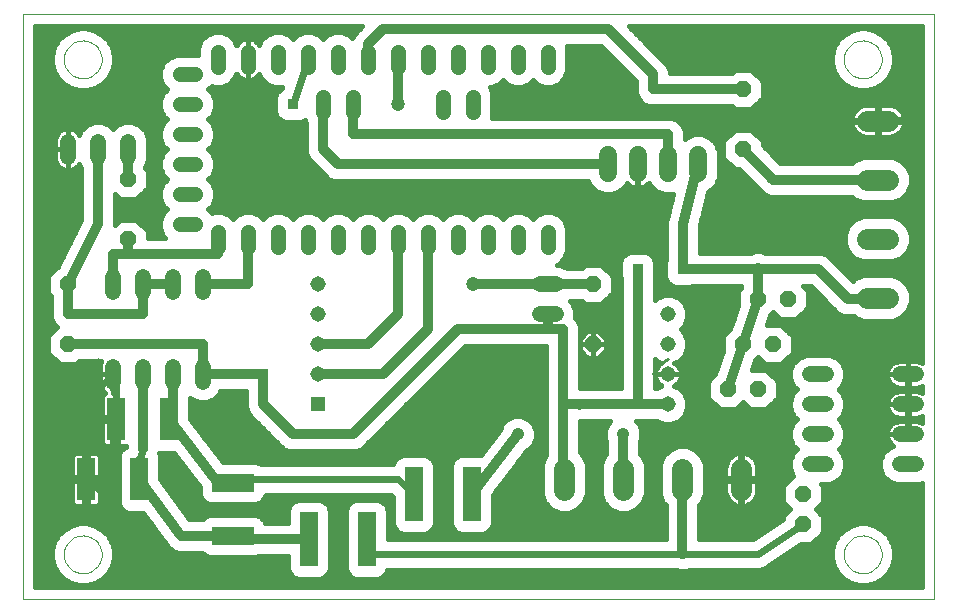
<source format=gbl>
G75*
%MOIN*%
%OFA0B0*%
%FSLAX24Y24*%
%IPPOS*%
%LPD*%
%AMOC8*
5,1,8,0,0,1.08239X$1,22.5*
%
%ADD10C,0.0000*%
%ADD11C,0.0520*%
%ADD12R,0.0515X0.0515*%
%ADD13C,0.0515*%
%ADD14C,0.0600*%
%ADD15R,0.0591X0.1417*%
%ADD16C,0.0515*%
%ADD17C,0.0705*%
%ADD18OC8,0.0520*%
%ADD19R,0.0591X0.1811*%
%ADD20R,0.1417X0.0591*%
%ADD21C,0.0160*%
%ADD22C,0.0240*%
%ADD23C,0.0100*%
%ADD24C,0.0320*%
%ADD25C,0.0472*%
%ADD26C,0.0413*%
%ADD27R,0.0356X0.0356*%
D10*
X000180Y000680D02*
X000180Y020176D01*
X030550Y020176D01*
X030550Y000680D01*
X000180Y000680D01*
X001550Y002180D02*
X001552Y002230D01*
X001558Y002280D01*
X001568Y002329D01*
X001582Y002377D01*
X001599Y002424D01*
X001620Y002469D01*
X001645Y002513D01*
X001673Y002554D01*
X001705Y002593D01*
X001739Y002630D01*
X001776Y002664D01*
X001816Y002694D01*
X001858Y002721D01*
X001902Y002745D01*
X001948Y002766D01*
X001995Y002782D01*
X002043Y002795D01*
X002093Y002804D01*
X002142Y002809D01*
X002193Y002810D01*
X002243Y002807D01*
X002292Y002800D01*
X002341Y002789D01*
X002389Y002774D01*
X002435Y002756D01*
X002480Y002734D01*
X002523Y002708D01*
X002564Y002679D01*
X002603Y002647D01*
X002639Y002612D01*
X002671Y002574D01*
X002701Y002534D01*
X002728Y002491D01*
X002751Y002447D01*
X002770Y002401D01*
X002786Y002353D01*
X002798Y002304D01*
X002806Y002255D01*
X002810Y002205D01*
X002810Y002155D01*
X002806Y002105D01*
X002798Y002056D01*
X002786Y002007D01*
X002770Y001959D01*
X002751Y001913D01*
X002728Y001869D01*
X002701Y001826D01*
X002671Y001786D01*
X002639Y001748D01*
X002603Y001713D01*
X002564Y001681D01*
X002523Y001652D01*
X002480Y001626D01*
X002435Y001604D01*
X002389Y001586D01*
X002341Y001571D01*
X002292Y001560D01*
X002243Y001553D01*
X002193Y001550D01*
X002142Y001551D01*
X002093Y001556D01*
X002043Y001565D01*
X001995Y001578D01*
X001948Y001594D01*
X001902Y001615D01*
X001858Y001639D01*
X001816Y001666D01*
X001776Y001696D01*
X001739Y001730D01*
X001705Y001767D01*
X001673Y001806D01*
X001645Y001847D01*
X001620Y001891D01*
X001599Y001936D01*
X001582Y001983D01*
X001568Y002031D01*
X001558Y002080D01*
X001552Y002130D01*
X001550Y002180D01*
X001550Y018680D02*
X001552Y018730D01*
X001558Y018780D01*
X001568Y018829D01*
X001582Y018877D01*
X001599Y018924D01*
X001620Y018969D01*
X001645Y019013D01*
X001673Y019054D01*
X001705Y019093D01*
X001739Y019130D01*
X001776Y019164D01*
X001816Y019194D01*
X001858Y019221D01*
X001902Y019245D01*
X001948Y019266D01*
X001995Y019282D01*
X002043Y019295D01*
X002093Y019304D01*
X002142Y019309D01*
X002193Y019310D01*
X002243Y019307D01*
X002292Y019300D01*
X002341Y019289D01*
X002389Y019274D01*
X002435Y019256D01*
X002480Y019234D01*
X002523Y019208D01*
X002564Y019179D01*
X002603Y019147D01*
X002639Y019112D01*
X002671Y019074D01*
X002701Y019034D01*
X002728Y018991D01*
X002751Y018947D01*
X002770Y018901D01*
X002786Y018853D01*
X002798Y018804D01*
X002806Y018755D01*
X002810Y018705D01*
X002810Y018655D01*
X002806Y018605D01*
X002798Y018556D01*
X002786Y018507D01*
X002770Y018459D01*
X002751Y018413D01*
X002728Y018369D01*
X002701Y018326D01*
X002671Y018286D01*
X002639Y018248D01*
X002603Y018213D01*
X002564Y018181D01*
X002523Y018152D01*
X002480Y018126D01*
X002435Y018104D01*
X002389Y018086D01*
X002341Y018071D01*
X002292Y018060D01*
X002243Y018053D01*
X002193Y018050D01*
X002142Y018051D01*
X002093Y018056D01*
X002043Y018065D01*
X001995Y018078D01*
X001948Y018094D01*
X001902Y018115D01*
X001858Y018139D01*
X001816Y018166D01*
X001776Y018196D01*
X001739Y018230D01*
X001705Y018267D01*
X001673Y018306D01*
X001645Y018347D01*
X001620Y018391D01*
X001599Y018436D01*
X001582Y018483D01*
X001568Y018531D01*
X001558Y018580D01*
X001552Y018630D01*
X001550Y018680D01*
X027550Y018680D02*
X027552Y018730D01*
X027558Y018780D01*
X027568Y018829D01*
X027582Y018877D01*
X027599Y018924D01*
X027620Y018969D01*
X027645Y019013D01*
X027673Y019054D01*
X027705Y019093D01*
X027739Y019130D01*
X027776Y019164D01*
X027816Y019194D01*
X027858Y019221D01*
X027902Y019245D01*
X027948Y019266D01*
X027995Y019282D01*
X028043Y019295D01*
X028093Y019304D01*
X028142Y019309D01*
X028193Y019310D01*
X028243Y019307D01*
X028292Y019300D01*
X028341Y019289D01*
X028389Y019274D01*
X028435Y019256D01*
X028480Y019234D01*
X028523Y019208D01*
X028564Y019179D01*
X028603Y019147D01*
X028639Y019112D01*
X028671Y019074D01*
X028701Y019034D01*
X028728Y018991D01*
X028751Y018947D01*
X028770Y018901D01*
X028786Y018853D01*
X028798Y018804D01*
X028806Y018755D01*
X028810Y018705D01*
X028810Y018655D01*
X028806Y018605D01*
X028798Y018556D01*
X028786Y018507D01*
X028770Y018459D01*
X028751Y018413D01*
X028728Y018369D01*
X028701Y018326D01*
X028671Y018286D01*
X028639Y018248D01*
X028603Y018213D01*
X028564Y018181D01*
X028523Y018152D01*
X028480Y018126D01*
X028435Y018104D01*
X028389Y018086D01*
X028341Y018071D01*
X028292Y018060D01*
X028243Y018053D01*
X028193Y018050D01*
X028142Y018051D01*
X028093Y018056D01*
X028043Y018065D01*
X027995Y018078D01*
X027948Y018094D01*
X027902Y018115D01*
X027858Y018139D01*
X027816Y018166D01*
X027776Y018196D01*
X027739Y018230D01*
X027705Y018267D01*
X027673Y018306D01*
X027645Y018347D01*
X027620Y018391D01*
X027599Y018436D01*
X027582Y018483D01*
X027568Y018531D01*
X027558Y018580D01*
X027552Y018630D01*
X027550Y018680D01*
X027550Y002180D02*
X027552Y002230D01*
X027558Y002280D01*
X027568Y002329D01*
X027582Y002377D01*
X027599Y002424D01*
X027620Y002469D01*
X027645Y002513D01*
X027673Y002554D01*
X027705Y002593D01*
X027739Y002630D01*
X027776Y002664D01*
X027816Y002694D01*
X027858Y002721D01*
X027902Y002745D01*
X027948Y002766D01*
X027995Y002782D01*
X028043Y002795D01*
X028093Y002804D01*
X028142Y002809D01*
X028193Y002810D01*
X028243Y002807D01*
X028292Y002800D01*
X028341Y002789D01*
X028389Y002774D01*
X028435Y002756D01*
X028480Y002734D01*
X028523Y002708D01*
X028564Y002679D01*
X028603Y002647D01*
X028639Y002612D01*
X028671Y002574D01*
X028701Y002534D01*
X028728Y002491D01*
X028751Y002447D01*
X028770Y002401D01*
X028786Y002353D01*
X028798Y002304D01*
X028806Y002255D01*
X028810Y002205D01*
X028810Y002155D01*
X028806Y002105D01*
X028798Y002056D01*
X028786Y002007D01*
X028770Y001959D01*
X028751Y001913D01*
X028728Y001869D01*
X028701Y001826D01*
X028671Y001786D01*
X028639Y001748D01*
X028603Y001713D01*
X028564Y001681D01*
X028523Y001652D01*
X028480Y001626D01*
X028435Y001604D01*
X028389Y001586D01*
X028341Y001571D01*
X028292Y001560D01*
X028243Y001553D01*
X028193Y001550D01*
X028142Y001551D01*
X028093Y001556D01*
X028043Y001565D01*
X027995Y001578D01*
X027948Y001594D01*
X027902Y001615D01*
X027858Y001639D01*
X027816Y001666D01*
X027776Y001696D01*
X027739Y001730D01*
X027705Y001767D01*
X027673Y001806D01*
X027645Y001847D01*
X027620Y001891D01*
X027599Y001936D01*
X027582Y001983D01*
X027568Y002031D01*
X027558Y002080D01*
X027552Y002130D01*
X027550Y002180D01*
D11*
X026940Y005180D02*
X026420Y005180D01*
X026420Y006180D02*
X026940Y006180D01*
X026940Y007180D02*
X026420Y007180D01*
X026420Y008180D02*
X026940Y008180D01*
X029420Y008180D02*
X029940Y008180D01*
X029940Y007180D02*
X029420Y007180D01*
X029420Y006180D02*
X029940Y006180D01*
X029940Y005180D02*
X029420Y005180D01*
X017940Y010180D02*
X017420Y010180D01*
X017420Y011180D02*
X017940Y011180D01*
X006180Y011440D02*
X006180Y010920D01*
X005180Y010920D02*
X005180Y011440D01*
X004180Y011440D02*
X004180Y010920D01*
X003180Y010920D02*
X003180Y011440D01*
X003180Y008440D02*
X003180Y007920D01*
X004180Y007920D02*
X004180Y008440D01*
X005180Y008440D02*
X005180Y007920D01*
X006180Y007920D02*
X006180Y008440D01*
X003680Y015420D02*
X003680Y015940D01*
X002680Y015940D02*
X002680Y015420D01*
X001680Y015420D02*
X001680Y015940D01*
D12*
X010030Y007180D03*
D13*
X010030Y008180D03*
X010030Y009180D03*
X010030Y010180D03*
X010030Y011180D03*
X021680Y010180D03*
X021680Y009180D03*
X021680Y008180D03*
X021680Y007180D03*
D14*
X021680Y014880D02*
X021680Y015480D01*
X020680Y015480D02*
X020680Y014880D01*
X019680Y014880D02*
X019680Y015480D01*
X022680Y015480D02*
X022680Y014880D01*
D15*
X005066Y006680D03*
X003294Y006680D03*
X004066Y004680D03*
X002294Y004680D03*
D16*
X006680Y012423D02*
X006680Y012937D01*
X005937Y013180D02*
X005423Y013180D01*
X005423Y014180D02*
X005937Y014180D01*
X005937Y015180D02*
X005423Y015180D01*
X005423Y016180D02*
X005937Y016180D01*
X005937Y017180D02*
X005423Y017180D01*
X005423Y018180D02*
X005937Y018180D01*
X006680Y018423D02*
X006680Y018937D01*
X007680Y018937D02*
X007680Y018423D01*
X008680Y018423D02*
X008680Y018937D01*
X009680Y018937D02*
X009680Y018423D01*
X010680Y018423D02*
X010680Y018937D01*
X011680Y018937D02*
X011680Y018423D01*
X012680Y018423D02*
X012680Y018937D01*
X013680Y018937D02*
X013680Y018423D01*
X014680Y018423D02*
X014680Y018937D01*
X015680Y018937D02*
X015680Y018423D01*
X016680Y018423D02*
X016680Y018937D01*
X017680Y018937D02*
X017680Y018423D01*
X015180Y017437D02*
X015180Y016923D01*
X014180Y016923D02*
X014180Y017437D01*
X011180Y017437D02*
X011180Y016923D01*
X010180Y016923D02*
X010180Y017437D01*
X009680Y012937D02*
X009680Y012423D01*
X008680Y012423D02*
X008680Y012937D01*
X007680Y012937D02*
X007680Y012423D01*
X010680Y012423D02*
X010680Y012937D01*
X011680Y012937D02*
X011680Y012423D01*
X012680Y012423D02*
X012680Y012937D01*
X013680Y012937D02*
X013680Y012423D01*
X014680Y012423D02*
X014680Y012937D01*
X015680Y012937D02*
X015680Y012423D01*
X016680Y012423D02*
X016680Y012937D01*
X017680Y012937D02*
X017680Y012423D01*
D17*
X028328Y012696D02*
X029033Y012696D01*
X029033Y014664D02*
X028328Y014664D01*
X028328Y016633D02*
X029033Y016633D01*
X029033Y010727D02*
X028328Y010727D01*
X024133Y005033D02*
X024133Y004328D01*
X022164Y004328D02*
X022164Y005033D01*
X020196Y005033D02*
X020196Y004328D01*
X018227Y004328D02*
X018227Y005033D01*
D18*
X023680Y007680D03*
X024680Y007680D03*
X024180Y009180D03*
X025180Y009180D03*
X024680Y010680D03*
X025680Y010680D03*
X019180Y011180D03*
X019180Y009180D03*
X026180Y004180D03*
X026180Y003180D03*
X024180Y015680D03*
X024180Y017680D03*
X003680Y014680D03*
X003680Y012680D03*
X001680Y011180D03*
X001680Y009180D03*
D19*
X009715Y002680D03*
X011645Y002680D03*
X013215Y004180D03*
X015145Y004180D03*
D20*
X007180Y004566D03*
X007180Y002794D03*
D21*
X006392Y002099D02*
X007968Y002099D01*
X008019Y002120D01*
X009020Y002120D01*
X009020Y001695D01*
X009081Y001548D01*
X009194Y001435D01*
X009341Y001374D01*
X010090Y001374D01*
X010237Y001435D01*
X010350Y001548D01*
X010411Y001695D01*
X010411Y003665D01*
X010350Y003812D01*
X010237Y003925D01*
X010090Y003986D01*
X009341Y003986D01*
X009194Y003925D01*
X009081Y003812D01*
X009020Y003665D01*
X009020Y003240D01*
X008259Y003240D01*
X008228Y003316D01*
X008115Y003429D01*
X007968Y003489D01*
X006392Y003489D01*
X006245Y003429D01*
X006170Y003354D01*
X005735Y003354D01*
X004761Y004680D01*
X004761Y005468D01*
X004730Y005544D01*
X004740Y005569D01*
X004740Y005571D01*
X005208Y005571D01*
X006071Y004440D01*
X006071Y004191D01*
X006132Y004044D01*
X006245Y003931D01*
X006392Y003871D01*
X007968Y003871D01*
X008115Y003931D01*
X008228Y004044D01*
X008276Y004160D01*
X012465Y004160D01*
X012520Y004104D01*
X012520Y003195D01*
X012581Y003048D01*
X012694Y002935D01*
X012841Y002874D01*
X013590Y002874D01*
X013737Y002935D01*
X013850Y003048D01*
X013911Y003195D01*
X013911Y005165D01*
X013850Y005312D01*
X013737Y005425D01*
X013590Y005486D01*
X012841Y005486D01*
X012694Y005425D01*
X012581Y005312D01*
X012535Y005200D01*
X008115Y005200D01*
X007968Y005261D01*
X006854Y005261D01*
X005761Y006692D01*
X005761Y007406D01*
X005806Y007360D01*
X006049Y007260D01*
X006311Y007260D01*
X006554Y007360D01*
X006740Y007546D01*
X006770Y007620D01*
X007620Y007620D01*
X007620Y007069D01*
X007705Y006863D01*
X007863Y006705D01*
X008863Y005705D01*
X009069Y005620D01*
X011291Y005620D01*
X011497Y005705D01*
X014912Y009120D01*
X017620Y009120D01*
X017620Y005489D01*
X017589Y005459D01*
X017475Y005182D01*
X017475Y004178D01*
X017589Y003901D01*
X017801Y003690D01*
X018078Y003575D01*
X018377Y003575D01*
X018654Y003690D01*
X018865Y003901D01*
X018980Y004178D01*
X018980Y005182D01*
X018865Y005459D01*
X018740Y005584D01*
X018740Y006613D01*
X018831Y006613D01*
X018848Y006620D01*
X019762Y006620D01*
X019681Y006539D01*
X019589Y006316D01*
X019589Y006075D01*
X019636Y005962D01*
X019636Y005537D01*
X019558Y005459D01*
X019443Y005182D01*
X019443Y004178D01*
X019558Y003901D01*
X019769Y003690D01*
X020046Y003575D01*
X020345Y003575D01*
X020622Y003690D01*
X020834Y003901D01*
X020948Y004178D01*
X020948Y005182D01*
X020834Y005459D01*
X020756Y005537D01*
X020756Y005962D01*
X020802Y006075D01*
X020802Y006316D01*
X020710Y006539D01*
X020629Y006620D01*
X021314Y006620D01*
X021549Y006523D01*
X021811Y006523D01*
X022052Y006623D01*
X022237Y006808D01*
X022337Y007049D01*
X022337Y007311D01*
X022237Y007552D01*
X022052Y007737D01*
X021899Y007801D01*
X021909Y007806D01*
X021965Y007846D01*
X022014Y007895D01*
X022054Y007951D01*
X022085Y008012D01*
X022107Y008078D01*
X022117Y008146D01*
X022117Y008180D01*
X022117Y008214D01*
X022107Y008282D01*
X022085Y008348D01*
X022054Y008409D01*
X022014Y008465D01*
X021965Y008514D01*
X021909Y008554D01*
X021899Y008559D01*
X022052Y008623D01*
X022237Y008808D01*
X022337Y009049D01*
X022337Y009311D01*
X022237Y009552D01*
X022110Y009680D01*
X022237Y009808D01*
X022337Y010049D01*
X022337Y010311D01*
X022237Y010552D01*
X022052Y010737D01*
X021811Y010837D01*
X021549Y010837D01*
X021308Y010737D01*
X021240Y010670D01*
X021240Y011379D01*
X021258Y011422D01*
X021258Y011938D01*
X021197Y012085D01*
X021085Y012197D01*
X020938Y012258D01*
X020422Y012258D01*
X020275Y012197D01*
X020163Y012085D01*
X020102Y011938D01*
X020102Y011422D01*
X020120Y011379D01*
X020120Y007740D01*
X018740Y007740D01*
X018740Y009791D01*
X018655Y009997D01*
X018600Y010052D01*
X018600Y010311D01*
X018500Y010554D01*
X018433Y010620D01*
X018807Y010620D01*
X018907Y010520D01*
X019453Y010520D01*
X019840Y010907D01*
X019840Y011453D01*
X019453Y011840D01*
X018907Y011840D01*
X018807Y011740D01*
X018313Y011740D01*
X018071Y011840D01*
X017992Y011840D01*
X018052Y011865D01*
X018237Y012050D01*
X018337Y012292D01*
X018337Y013068D01*
X018237Y013310D01*
X018052Y013495D01*
X017811Y013595D01*
X017549Y013595D01*
X017308Y013495D01*
X017180Y013367D01*
X017052Y013495D01*
X016811Y013595D01*
X016549Y013595D01*
X016308Y013495D01*
X016180Y013367D01*
X016052Y013495D01*
X015811Y013595D01*
X015549Y013595D01*
X015308Y013495D01*
X015180Y013367D01*
X015052Y013495D01*
X014811Y013595D01*
X014549Y013595D01*
X014308Y013495D01*
X014180Y013367D01*
X014052Y013495D01*
X013811Y013595D01*
X013549Y013595D01*
X013308Y013495D01*
X013180Y013367D01*
X013052Y013495D01*
X012811Y013595D01*
X012549Y013595D01*
X012308Y013495D01*
X012180Y013367D01*
X012052Y013495D01*
X011811Y013595D01*
X011549Y013595D01*
X011308Y013495D01*
X011180Y013367D01*
X011052Y013495D01*
X010811Y013595D01*
X010549Y013595D01*
X010308Y013495D01*
X010180Y013367D01*
X010052Y013495D01*
X009811Y013595D01*
X009549Y013595D01*
X009308Y013495D01*
X009180Y013367D01*
X009052Y013495D01*
X008811Y013595D01*
X008549Y013595D01*
X008308Y013495D01*
X008180Y013367D01*
X008052Y013495D01*
X007811Y013595D01*
X007549Y013595D01*
X007308Y013495D01*
X007180Y013367D01*
X007052Y013495D01*
X006811Y013595D01*
X006549Y013595D01*
X006481Y013567D01*
X006367Y013680D01*
X006495Y013808D01*
X006595Y014049D01*
X006595Y014311D01*
X019259Y014311D01*
X019283Y014287D02*
X019541Y014180D01*
X019819Y014180D01*
X020077Y014287D01*
X020273Y014483D01*
X020310Y014572D01*
X020314Y014567D01*
X020367Y014514D01*
X020428Y014469D01*
X020428Y014470D02*
X020259Y014470D01*
X020428Y014469D02*
X020496Y014435D01*
X020568Y014412D01*
X020642Y014400D01*
X020660Y014400D01*
X020660Y015160D01*
X020700Y015160D01*
X020700Y014400D01*
X020718Y014400D01*
X020792Y014412D01*
X020864Y014435D01*
X020932Y014469D01*
X020932Y014470D02*
X021101Y014470D01*
X021087Y014483D02*
X021283Y014287D01*
X021541Y014180D01*
X021819Y014180D01*
X021857Y014195D01*
X021647Y013356D01*
X021620Y013291D01*
X021620Y013249D01*
X021610Y013208D01*
X021620Y013139D01*
X021620Y011981D01*
X021602Y011938D01*
X021602Y011422D01*
X021663Y011275D01*
X021775Y011163D01*
X021922Y011102D01*
X022438Y011102D01*
X022481Y011120D01*
X024120Y011120D01*
X024120Y011053D01*
X024020Y010953D01*
X024020Y010471D01*
X023761Y009695D01*
X023520Y009453D01*
X023520Y008971D01*
X023261Y008195D01*
X023020Y007953D01*
X023020Y007407D01*
X023407Y007020D01*
X023953Y007020D01*
X024180Y007247D01*
X024407Y007020D01*
X024953Y007020D01*
X025340Y007407D01*
X025340Y007953D01*
X024953Y008340D01*
X024490Y008340D01*
X024599Y008665D01*
X024680Y008747D01*
X024907Y008520D01*
X025453Y008520D01*
X025840Y008907D01*
X025840Y009453D01*
X025453Y009840D01*
X024990Y009840D01*
X025099Y010165D01*
X025180Y010247D01*
X025407Y010020D01*
X025953Y010020D01*
X026340Y010407D01*
X026340Y010953D01*
X026173Y011120D01*
X026448Y011120D01*
X027363Y010205D01*
X027569Y010120D01*
X027871Y010120D01*
X027901Y010089D01*
X028178Y009975D01*
X029182Y009975D01*
X029459Y010089D01*
X029670Y010301D01*
X029785Y010578D01*
X029785Y010877D01*
X029670Y011154D01*
X029459Y011365D01*
X029182Y011480D01*
X028178Y011480D01*
X027901Y011365D01*
X027844Y011308D01*
X026997Y012155D01*
X026791Y012240D01*
X024913Y012240D01*
X024801Y012287D01*
X024559Y012287D01*
X024447Y012240D01*
X022740Y012240D01*
X022740Y013111D01*
X023029Y014267D01*
X023077Y014287D01*
X023273Y014483D01*
X023380Y014741D01*
X023380Y015619D01*
X023273Y015877D01*
X023077Y016073D01*
X022819Y016180D01*
X022541Y016180D01*
X022283Y016073D01*
X022240Y016030D01*
X022240Y016291D01*
X022155Y016497D01*
X021997Y016655D01*
X021791Y016740D01*
X015816Y016740D01*
X015837Y016792D01*
X015837Y017568D01*
X015756Y017765D01*
X015811Y017765D01*
X016052Y017865D01*
X016180Y017993D01*
X016308Y017865D01*
X016549Y017765D01*
X016811Y017765D01*
X017052Y017865D01*
X017180Y017993D01*
X017308Y017865D01*
X017549Y017765D01*
X017811Y017765D01*
X018052Y017865D01*
X018237Y018050D01*
X018337Y018292D01*
X018337Y019068D01*
X018316Y019120D01*
X019448Y019120D01*
X020620Y017948D01*
X020620Y017569D01*
X020705Y017363D01*
X020863Y017205D01*
X021069Y017120D01*
X023807Y017120D01*
X023907Y017020D01*
X024453Y017020D01*
X024840Y017407D01*
X024840Y017953D01*
X024453Y018340D01*
X023907Y018340D01*
X023807Y018240D01*
X021740Y018240D01*
X021740Y018291D01*
X021655Y018497D01*
X020376Y019776D01*
X030150Y019776D01*
X030150Y008567D01*
X030109Y008588D01*
X030043Y008609D01*
X029975Y008620D01*
X029680Y008620D01*
X029680Y008180D01*
X029680Y008180D01*
X029680Y007740D01*
X029975Y007740D01*
X030043Y007751D01*
X030109Y007772D01*
X030150Y007793D01*
X030150Y007567D01*
X030109Y007588D01*
X030043Y007609D01*
X029975Y007620D01*
X029680Y007620D01*
X029680Y007180D01*
X029680Y007180D01*
X029680Y006740D01*
X029975Y006740D01*
X030043Y006751D01*
X030109Y006772D01*
X030150Y006793D01*
X030150Y006567D01*
X030109Y006588D01*
X030043Y006609D01*
X029975Y006620D01*
X029680Y006620D01*
X029680Y006180D01*
X029680Y006180D01*
X029680Y006180D01*
X028980Y006180D01*
X028980Y006215D01*
X028991Y006283D01*
X029012Y006349D01*
X029044Y006411D01*
X029084Y006467D01*
X029133Y006516D01*
X029189Y006556D01*
X029251Y006588D01*
X029317Y006609D01*
X029385Y006620D01*
X029680Y006620D01*
X029680Y006180D01*
X028980Y006180D01*
X028980Y006145D01*
X028991Y006077D01*
X029012Y006011D01*
X029044Y005949D01*
X029084Y005893D01*
X029133Y005844D01*
X029189Y005804D01*
X029195Y005801D01*
X029046Y005740D01*
X028860Y005554D01*
X028760Y005311D01*
X028760Y005049D01*
X028860Y004806D01*
X029046Y004620D01*
X029289Y004520D01*
X030071Y004520D01*
X030150Y004553D01*
X030150Y001080D01*
X000580Y001080D01*
X000580Y019776D01*
X011484Y019776D01*
X011363Y019655D01*
X011205Y019497D01*
X011160Y019387D01*
X011052Y019495D01*
X010811Y019595D01*
X010549Y019595D01*
X010308Y019495D01*
X010180Y019367D01*
X010052Y019495D01*
X009811Y019595D01*
X009549Y019595D01*
X009308Y019495D01*
X009180Y019367D01*
X009052Y019495D01*
X008811Y019595D01*
X008549Y019595D01*
X008308Y019495D01*
X008123Y019310D01*
X008059Y019157D01*
X008054Y019167D01*
X008014Y019222D01*
X007965Y019271D01*
X007909Y019312D01*
X007848Y019343D01*
X007782Y019364D01*
X007714Y019375D01*
X007680Y019375D01*
X007646Y019375D01*
X007578Y019364D01*
X007512Y019343D01*
X007451Y019312D01*
X007395Y019271D01*
X007346Y019222D01*
X007306Y019167D01*
X007301Y019157D01*
X007237Y019310D01*
X007052Y019495D01*
X006811Y019595D01*
X006549Y019595D01*
X006308Y019495D01*
X006123Y019310D01*
X006023Y019068D01*
X006023Y018837D01*
X005292Y018837D01*
X005050Y018737D01*
X004865Y018552D01*
X004765Y018311D01*
X004765Y018049D01*
X004865Y017808D01*
X004993Y017680D01*
X004865Y017552D01*
X004765Y017311D01*
X004765Y017049D01*
X004865Y016808D01*
X004993Y016680D01*
X004865Y016552D01*
X004765Y016311D01*
X004765Y016049D01*
X004865Y015808D01*
X004993Y015680D01*
X004865Y015552D01*
X004765Y015311D01*
X004765Y015049D01*
X004865Y014808D01*
X004993Y014680D01*
X004865Y014552D01*
X004765Y014311D01*
X004244Y014311D01*
X004340Y014407D02*
X004340Y014953D01*
X004242Y015052D01*
X004340Y015289D01*
X004340Y016071D01*
X004240Y016314D01*
X004054Y016500D01*
X003811Y016600D01*
X003549Y016600D01*
X003306Y016500D01*
X003180Y016373D01*
X003054Y016500D01*
X002811Y016600D01*
X002549Y016600D01*
X002306Y016500D01*
X002120Y016314D01*
X002059Y016165D01*
X002056Y016171D01*
X002016Y016227D01*
X001967Y016276D01*
X001911Y016316D01*
X001849Y016348D01*
X001783Y016369D01*
X001715Y016380D01*
X001680Y016380D01*
X001680Y015680D01*
X001680Y015680D01*
X001680Y014980D01*
X001715Y014980D01*
X001783Y014991D01*
X001849Y015012D01*
X001911Y015044D01*
X001967Y015084D01*
X002016Y015133D01*
X002056Y015189D01*
X002059Y015195D01*
X002120Y015047D01*
X002120Y013312D01*
X001361Y011795D01*
X001020Y011453D01*
X001020Y010907D01*
X001120Y010807D01*
X001120Y010069D01*
X001205Y009863D01*
X001317Y009751D01*
X001020Y009453D01*
X001020Y008907D01*
X001407Y008520D01*
X001953Y008520D01*
X002053Y008620D01*
X002778Y008620D01*
X002772Y008609D01*
X002751Y008543D01*
X002740Y008475D01*
X002740Y008180D01*
X003180Y008180D01*
X003180Y007569D01*
X003180Y008180D01*
X003180Y008180D01*
X003180Y008180D01*
X002740Y008180D01*
X002740Y007885D01*
X002751Y007817D01*
X002772Y007751D01*
X002804Y007689D01*
X002844Y007633D01*
X002893Y007584D01*
X002931Y007557D01*
X002929Y007556D01*
X002888Y007533D01*
X002855Y007499D01*
X002831Y007458D01*
X002819Y007412D01*
X002819Y006748D01*
X003227Y006748D01*
X003227Y006612D01*
X003362Y006612D01*
X003362Y005791D01*
X003613Y005791D01*
X003620Y005793D01*
X003620Y005759D01*
X003544Y005728D01*
X003431Y005615D01*
X003371Y005468D01*
X003371Y003892D01*
X003431Y003745D01*
X003544Y003632D01*
X003691Y003571D01*
X004186Y003571D01*
X004960Y002517D01*
X004977Y002477D01*
X005026Y002428D01*
X005066Y002373D01*
X005104Y002350D01*
X005134Y002319D01*
X005198Y002293D01*
X005257Y002257D01*
X005300Y002251D01*
X005340Y002234D01*
X005409Y002234D01*
X005477Y002224D01*
X005519Y002234D01*
X006170Y002234D01*
X006245Y002160D01*
X006392Y002099D01*
X006373Y002107D02*
X003210Y002107D01*
X003210Y002044D02*
X003140Y001782D01*
X003004Y001548D01*
X002812Y001356D01*
X002578Y001220D01*
X002316Y001150D01*
X002044Y001150D01*
X001782Y001220D01*
X001548Y001356D01*
X001356Y001548D01*
X001220Y001782D01*
X001150Y002044D01*
X001150Y002316D01*
X001220Y002578D01*
X001356Y002812D01*
X001548Y003004D01*
X001782Y003140D01*
X002044Y003210D01*
X002316Y003210D01*
X002578Y003140D01*
X002812Y003004D01*
X003004Y002812D01*
X003140Y002578D01*
X003210Y002316D01*
X003210Y002044D01*
X003184Y001948D02*
X009020Y001948D01*
X009020Y001790D02*
X003142Y001790D01*
X003052Y001631D02*
X009047Y001631D01*
X009156Y001473D02*
X002929Y001473D01*
X002740Y001314D02*
X027620Y001314D01*
X027548Y001356D02*
X027782Y001220D01*
X028044Y001150D01*
X028316Y001150D01*
X028578Y001220D01*
X028812Y001356D01*
X029004Y001548D01*
X029140Y001782D01*
X029210Y002044D01*
X029210Y002316D01*
X029140Y002578D01*
X029004Y002812D01*
X028812Y003004D01*
X028578Y003140D01*
X028316Y003210D01*
X028044Y003210D01*
X027782Y003140D01*
X027548Y003004D01*
X027356Y002812D01*
X027220Y002578D01*
X027150Y002316D01*
X027150Y002044D01*
X027220Y001782D01*
X027356Y001548D01*
X027548Y001356D01*
X027431Y001473D02*
X012204Y001473D01*
X012166Y001435D02*
X012279Y001548D01*
X012325Y001660D01*
X021972Y001660D01*
X022069Y001620D01*
X022291Y001620D01*
X022388Y001660D01*
X024629Y001660D01*
X024679Y001650D01*
X024731Y001660D01*
X024783Y001660D01*
X024831Y001680D01*
X024882Y001690D01*
X024926Y001719D01*
X024975Y001739D01*
X025011Y001776D01*
X026127Y002520D01*
X026453Y002520D01*
X026840Y002907D01*
X026840Y003453D01*
X026613Y003680D01*
X026840Y003907D01*
X026840Y004453D01*
X026773Y004520D01*
X027071Y004520D01*
X027314Y004620D01*
X027500Y004806D01*
X027600Y005049D01*
X027600Y005311D01*
X027500Y005554D01*
X027373Y005680D01*
X027500Y005806D01*
X027600Y006049D01*
X027600Y006311D01*
X027500Y006554D01*
X027373Y006680D01*
X027500Y006806D01*
X027600Y007049D01*
X027600Y007311D01*
X027500Y007554D01*
X027373Y007680D01*
X027500Y007806D01*
X027600Y008049D01*
X027600Y008311D01*
X027500Y008554D01*
X027314Y008740D01*
X027071Y008840D01*
X026289Y008840D01*
X026046Y008740D01*
X025860Y008554D01*
X025760Y008311D01*
X025760Y008049D01*
X025860Y007806D01*
X025987Y007680D01*
X025860Y007554D01*
X025760Y007311D01*
X025760Y007049D01*
X025860Y006806D01*
X025987Y006680D01*
X025860Y006554D01*
X025760Y006311D01*
X025760Y006049D01*
X025860Y005806D01*
X025987Y005680D01*
X025860Y005554D01*
X025760Y005311D01*
X025760Y005049D01*
X025860Y004806D01*
X025867Y004800D01*
X025520Y004453D01*
X025520Y003907D01*
X025747Y003680D01*
X025520Y003453D01*
X025520Y003365D01*
X024523Y002700D01*
X022724Y002700D01*
X022724Y003823D01*
X022802Y003901D01*
X022917Y004178D01*
X022917Y005182D01*
X022802Y005459D01*
X022591Y005670D01*
X022314Y005785D01*
X022015Y005785D01*
X021738Y005670D01*
X021526Y005459D01*
X021412Y005182D01*
X021412Y004178D01*
X021526Y003901D01*
X021604Y003823D01*
X021604Y002700D01*
X012340Y002700D01*
X012340Y003665D01*
X012279Y003812D01*
X012166Y003925D01*
X012019Y003986D01*
X011270Y003986D01*
X011123Y003925D01*
X011010Y003812D01*
X010949Y003665D01*
X010949Y001695D01*
X011010Y001548D01*
X011123Y001435D01*
X011270Y001374D01*
X012019Y001374D01*
X012166Y001435D01*
X012313Y001631D02*
X022042Y001631D01*
X022318Y001631D02*
X027308Y001631D01*
X027218Y001790D02*
X025032Y001790D01*
X025269Y001948D02*
X027176Y001948D01*
X027150Y002107D02*
X025507Y002107D01*
X025745Y002265D02*
X027150Y002265D01*
X027179Y002424D02*
X025983Y002424D01*
X026515Y002582D02*
X027223Y002582D01*
X027314Y002741D02*
X026674Y002741D01*
X026832Y002899D02*
X027442Y002899D01*
X027640Y003058D02*
X026840Y003058D01*
X026840Y003216D02*
X030150Y003216D01*
X030150Y003058D02*
X028720Y003058D01*
X028918Y002899D02*
X030150Y002899D01*
X030150Y002741D02*
X029046Y002741D01*
X029137Y002582D02*
X030150Y002582D01*
X030150Y002424D02*
X029181Y002424D01*
X029210Y002265D02*
X030150Y002265D01*
X030150Y002107D02*
X029210Y002107D01*
X029184Y001948D02*
X030150Y001948D01*
X030150Y001790D02*
X029142Y001790D01*
X029052Y001631D02*
X030150Y001631D01*
X030150Y001473D02*
X028929Y001473D01*
X028740Y001314D02*
X030150Y001314D01*
X030150Y001156D02*
X028336Y001156D01*
X028024Y001156D02*
X002336Y001156D01*
X002024Y001156D02*
X000580Y001156D01*
X000580Y001314D02*
X001620Y001314D01*
X001431Y001473D02*
X000580Y001473D01*
X000580Y001631D02*
X001308Y001631D01*
X001218Y001790D02*
X000580Y001790D01*
X000580Y001948D02*
X001176Y001948D01*
X001150Y002107D02*
X000580Y002107D01*
X000580Y002265D02*
X001150Y002265D01*
X001179Y002424D02*
X000580Y002424D01*
X000580Y002582D02*
X001223Y002582D01*
X001314Y002741D02*
X000580Y002741D01*
X000580Y002899D02*
X001442Y002899D01*
X001640Y003058D02*
X000580Y003058D01*
X000580Y003216D02*
X004447Y003216D01*
X004563Y003058D02*
X002720Y003058D01*
X002918Y002899D02*
X004680Y002899D01*
X004796Y002741D02*
X003046Y002741D01*
X003137Y002582D02*
X004913Y002582D01*
X005029Y002424D02*
X003181Y002424D01*
X003210Y002265D02*
X005244Y002265D01*
X005720Y003375D02*
X006191Y003375D01*
X005604Y003533D02*
X009020Y003533D01*
X009020Y003375D02*
X008169Y003375D01*
X008192Y004009D02*
X012520Y004009D01*
X012520Y003850D02*
X012241Y003850D01*
X012329Y003692D02*
X012520Y003692D01*
X012520Y003533D02*
X012340Y003533D01*
X012340Y003375D02*
X012520Y003375D01*
X012520Y003216D02*
X012340Y003216D01*
X012340Y003058D02*
X012577Y003058D01*
X012781Y002899D02*
X012340Y002899D01*
X012340Y002741D02*
X021604Y002741D01*
X021604Y002899D02*
X015579Y002899D01*
X015519Y002874D02*
X015666Y002935D01*
X015779Y003048D01*
X015840Y003195D01*
X015840Y004166D01*
X016976Y005646D01*
X017024Y005666D01*
X017194Y005836D01*
X017287Y006059D01*
X017287Y006301D01*
X017194Y006524D01*
X017024Y006694D01*
X016801Y006787D01*
X016559Y006787D01*
X016336Y006694D01*
X016166Y006524D01*
X016081Y006320D01*
X015441Y005486D01*
X014770Y005486D01*
X014623Y005425D01*
X014510Y005312D01*
X014449Y005165D01*
X014449Y003195D01*
X014510Y003048D01*
X014623Y002935D01*
X014770Y002874D01*
X015519Y002874D01*
X015783Y003058D02*
X021604Y003058D01*
X021604Y003216D02*
X015840Y003216D01*
X015840Y003375D02*
X021604Y003375D01*
X021604Y003533D02*
X015840Y003533D01*
X015840Y003692D02*
X017799Y003692D01*
X017641Y003850D02*
X015840Y003850D01*
X015840Y004009D02*
X017545Y004009D01*
X017479Y004167D02*
X015841Y004167D01*
X015962Y004326D02*
X017475Y004326D01*
X017475Y004484D02*
X016084Y004484D01*
X016206Y004643D02*
X017475Y004643D01*
X017475Y004801D02*
X016327Y004801D01*
X016449Y004960D02*
X017475Y004960D01*
X017475Y005118D02*
X016571Y005118D01*
X016692Y005277D02*
X017514Y005277D01*
X017579Y005435D02*
X016814Y005435D01*
X016936Y005594D02*
X017620Y005594D01*
X017620Y005752D02*
X017110Y005752D01*
X017225Y005911D02*
X017620Y005911D01*
X017620Y006069D02*
X017287Y006069D01*
X017287Y006228D02*
X017620Y006228D01*
X017620Y006386D02*
X017251Y006386D01*
X017173Y006545D02*
X017620Y006545D01*
X017620Y006703D02*
X017003Y006703D01*
X017620Y006862D02*
X012653Y006862D01*
X012812Y007020D02*
X017620Y007020D01*
X017620Y007179D02*
X012970Y007179D01*
X013129Y007337D02*
X017620Y007337D01*
X017620Y007496D02*
X013287Y007496D01*
X013446Y007654D02*
X017620Y007654D01*
X017620Y007813D02*
X013604Y007813D01*
X013763Y007971D02*
X017620Y007971D01*
X017620Y008130D02*
X013921Y008130D01*
X014080Y008288D02*
X017620Y008288D01*
X017620Y008447D02*
X014238Y008447D01*
X014397Y008605D02*
X017620Y008605D01*
X017620Y008764D02*
X014555Y008764D01*
X014714Y008922D02*
X017620Y008922D01*
X017620Y009081D02*
X014872Y009081D01*
X016357Y006703D02*
X012495Y006703D01*
X012336Y006545D02*
X016187Y006545D01*
X016109Y006386D02*
X012178Y006386D01*
X012019Y006228D02*
X016010Y006228D01*
X015889Y006069D02*
X011861Y006069D01*
X011702Y005911D02*
X015767Y005911D01*
X015645Y005752D02*
X011544Y005752D01*
X012566Y005277D02*
X006842Y005277D01*
X006721Y005435D02*
X012719Y005435D01*
X013712Y005435D02*
X014648Y005435D01*
X014495Y005277D02*
X013865Y005277D01*
X013911Y005118D02*
X014449Y005118D01*
X014449Y004960D02*
X013911Y004960D01*
X013911Y004801D02*
X014449Y004801D01*
X014449Y004643D02*
X013911Y004643D01*
X013911Y004484D02*
X014449Y004484D01*
X014449Y004326D02*
X013911Y004326D01*
X013911Y004167D02*
X014449Y004167D01*
X014449Y004009D02*
X013911Y004009D01*
X013911Y003850D02*
X014449Y003850D01*
X014449Y003692D02*
X013911Y003692D01*
X013911Y003533D02*
X014449Y003533D01*
X014449Y003375D02*
X013911Y003375D01*
X013911Y003216D02*
X014449Y003216D01*
X014506Y003058D02*
X013854Y003058D01*
X013649Y002899D02*
X014711Y002899D01*
X010949Y002899D02*
X010411Y002899D01*
X010411Y002741D02*
X010949Y002741D01*
X010949Y002582D02*
X010411Y002582D01*
X010411Y002424D02*
X010949Y002424D01*
X010949Y002265D02*
X010411Y002265D01*
X010411Y002107D02*
X010949Y002107D01*
X010949Y001948D02*
X010411Y001948D01*
X010411Y001790D02*
X010949Y001790D01*
X010976Y001631D02*
X010384Y001631D01*
X010274Y001473D02*
X011086Y001473D01*
X009020Y002107D02*
X007987Y002107D01*
X009031Y003692D02*
X005487Y003692D01*
X005371Y003850D02*
X009119Y003850D01*
X010312Y003850D02*
X011048Y003850D01*
X010960Y003692D02*
X010400Y003692D01*
X010411Y003533D02*
X010949Y003533D01*
X010949Y003375D02*
X010411Y003375D01*
X010411Y003216D02*
X010949Y003216D01*
X010949Y003058D02*
X010411Y003058D01*
X008115Y005200D02*
X008115Y005200D01*
X008816Y005752D02*
X006479Y005752D01*
X006600Y005594D02*
X015524Y005594D01*
X018740Y005594D02*
X019636Y005594D01*
X019636Y005752D02*
X018740Y005752D01*
X018740Y005911D02*
X019636Y005911D01*
X019592Y006069D02*
X018740Y006069D01*
X018740Y006228D02*
X019589Y006228D01*
X019618Y006386D02*
X018740Y006386D01*
X018740Y006545D02*
X019687Y006545D01*
X020705Y006545D02*
X021496Y006545D01*
X021864Y006545D02*
X025857Y006545D01*
X025791Y006386D02*
X020774Y006386D01*
X020802Y006228D02*
X025760Y006228D01*
X025760Y006069D02*
X020800Y006069D01*
X020756Y005911D02*
X025817Y005911D01*
X025915Y005752D02*
X022394Y005752D01*
X022667Y005594D02*
X025900Y005594D01*
X025811Y005435D02*
X024483Y005435D01*
X024480Y005439D02*
X024412Y005488D01*
X024337Y005526D01*
X024257Y005552D01*
X024175Y005565D01*
X024170Y005565D01*
X024170Y004718D01*
X024095Y004718D01*
X024095Y005565D01*
X024091Y005565D01*
X024008Y005552D01*
X023928Y005526D01*
X023854Y005488D01*
X023786Y005439D01*
X023727Y005379D01*
X023677Y005312D01*
X023639Y005237D01*
X023613Y005157D01*
X023600Y005074D01*
X023600Y004718D01*
X024095Y004718D01*
X024095Y004642D01*
X024170Y004642D01*
X024170Y003795D01*
X024175Y003795D01*
X024257Y003808D01*
X024337Y003834D01*
X024412Y003872D01*
X024480Y003921D01*
X024539Y003981D01*
X024588Y004048D01*
X024626Y004123D01*
X024652Y004203D01*
X024665Y004286D01*
X024665Y004642D01*
X024170Y004642D01*
X024170Y004718D01*
X024665Y004718D01*
X024665Y005074D01*
X024652Y005157D01*
X024626Y005237D01*
X024588Y005312D01*
X024539Y005379D01*
X024480Y005439D01*
X024606Y005277D02*
X025760Y005277D01*
X025760Y005118D02*
X024658Y005118D01*
X024665Y004960D02*
X025797Y004960D01*
X025866Y004801D02*
X024665Y004801D01*
X024665Y004484D02*
X025551Y004484D01*
X025520Y004326D02*
X024665Y004326D01*
X024641Y004167D02*
X025520Y004167D01*
X025520Y004009D02*
X024559Y004009D01*
X024369Y003850D02*
X025577Y003850D01*
X025735Y003692D02*
X022724Y003692D01*
X022724Y003533D02*
X025600Y003533D01*
X025520Y003375D02*
X022724Y003375D01*
X022724Y003216D02*
X025297Y003216D01*
X025059Y003058D02*
X022724Y003058D01*
X022724Y002899D02*
X024821Y002899D01*
X024583Y002741D02*
X022724Y002741D01*
X022751Y003850D02*
X023897Y003850D01*
X023928Y003834D02*
X024008Y003808D01*
X024091Y003795D01*
X024095Y003795D01*
X024095Y004642D01*
X023600Y004642D01*
X023600Y004286D01*
X023613Y004203D01*
X023639Y004123D01*
X023677Y004048D01*
X023727Y003981D01*
X023786Y003921D01*
X023854Y003872D01*
X023928Y003834D01*
X024095Y003850D02*
X024170Y003850D01*
X024170Y004009D02*
X024095Y004009D01*
X024095Y004167D02*
X024170Y004167D01*
X024170Y004326D02*
X024095Y004326D01*
X024095Y004484D02*
X024170Y004484D01*
X024170Y004643D02*
X025709Y004643D01*
X026809Y004484D02*
X030150Y004484D01*
X030150Y004326D02*
X026840Y004326D01*
X026840Y004167D02*
X030150Y004167D01*
X030150Y004009D02*
X026840Y004009D01*
X026783Y003850D02*
X030150Y003850D01*
X030150Y003692D02*
X026625Y003692D01*
X026760Y003533D02*
X030150Y003533D01*
X030150Y003375D02*
X026840Y003375D01*
X027336Y004643D02*
X029024Y004643D01*
X028866Y004801D02*
X027494Y004801D01*
X027563Y004960D02*
X028797Y004960D01*
X028760Y005118D02*
X027600Y005118D01*
X027600Y005277D02*
X028760Y005277D01*
X028811Y005435D02*
X027549Y005435D01*
X027460Y005594D02*
X028900Y005594D01*
X029076Y005752D02*
X027445Y005752D01*
X027543Y005911D02*
X029072Y005911D01*
X028993Y006069D02*
X027600Y006069D01*
X027600Y006228D02*
X028982Y006228D01*
X029031Y006386D02*
X027569Y006386D01*
X027503Y006545D02*
X029173Y006545D01*
X029251Y006772D02*
X029317Y006751D01*
X029385Y006740D01*
X029680Y006740D01*
X029680Y007180D01*
X029680Y007180D01*
X029680Y007180D01*
X028980Y007180D01*
X028980Y007215D01*
X028991Y007283D01*
X029012Y007349D01*
X029044Y007411D01*
X029084Y007467D01*
X029133Y007516D01*
X029189Y007556D01*
X029251Y007588D01*
X029317Y007609D01*
X029385Y007620D01*
X029680Y007620D01*
X029680Y007180D01*
X028980Y007180D01*
X028980Y007145D01*
X028991Y007077D01*
X029012Y007011D01*
X029044Y006949D01*
X029084Y006893D01*
X029133Y006844D01*
X029189Y006804D01*
X029251Y006772D01*
X029116Y006862D02*
X027522Y006862D01*
X027588Y007020D02*
X029009Y007020D01*
X028980Y007179D02*
X027600Y007179D01*
X027589Y007337D02*
X029008Y007337D01*
X029113Y007496D02*
X027524Y007496D01*
X027399Y007654D02*
X030150Y007654D01*
X029680Y007740D02*
X029680Y008180D01*
X029680Y008180D01*
X029680Y008180D01*
X028980Y008180D01*
X028980Y008215D01*
X028991Y008283D01*
X029012Y008349D01*
X029044Y008411D01*
X029084Y008467D01*
X029133Y008516D01*
X029189Y008556D01*
X029251Y008588D01*
X029317Y008609D01*
X029385Y008620D01*
X029680Y008620D01*
X029680Y008180D01*
X028980Y008180D01*
X028980Y008145D01*
X028991Y008077D01*
X029012Y008011D01*
X029044Y007949D01*
X029084Y007893D01*
X029133Y007844D01*
X029189Y007804D01*
X029251Y007772D01*
X029317Y007751D01*
X029385Y007740D01*
X029680Y007740D01*
X029680Y007813D02*
X029680Y007813D01*
X029680Y007971D02*
X029680Y007971D01*
X029680Y008130D02*
X029680Y008130D01*
X029680Y008288D02*
X029680Y008288D01*
X029680Y008447D02*
X029680Y008447D01*
X029680Y008605D02*
X029680Y008605D01*
X030056Y008605D02*
X030150Y008605D01*
X030150Y008764D02*
X027256Y008764D01*
X027448Y008605D02*
X029304Y008605D01*
X029070Y008447D02*
X027544Y008447D01*
X027600Y008288D02*
X028992Y008288D01*
X028983Y008130D02*
X027600Y008130D01*
X027568Y007971D02*
X029033Y007971D01*
X029177Y007813D02*
X027502Y007813D01*
X025961Y007654D02*
X025340Y007654D01*
X025340Y007496D02*
X025836Y007496D01*
X025771Y007337D02*
X025270Y007337D01*
X025112Y007179D02*
X025760Y007179D01*
X025772Y007020D02*
X024953Y007020D01*
X024407Y007020D02*
X023953Y007020D01*
X024112Y007179D02*
X024248Y007179D01*
X023407Y007020D02*
X022325Y007020D01*
X022337Y007179D02*
X023248Y007179D01*
X023090Y007337D02*
X022327Y007337D01*
X022261Y007496D02*
X023020Y007496D01*
X023020Y007654D02*
X022136Y007654D01*
X021918Y007813D02*
X023020Y007813D01*
X023038Y007971D02*
X022065Y007971D01*
X022115Y008130D02*
X023196Y008130D01*
X023292Y008288D02*
X022105Y008288D01*
X022117Y008180D02*
X021680Y008180D01*
X021680Y008180D01*
X021680Y008180D01*
X021243Y008180D01*
X021243Y008146D01*
X021253Y008078D01*
X021275Y008012D01*
X021306Y007951D01*
X021346Y007895D01*
X021395Y007846D01*
X021451Y007806D01*
X021461Y007801D01*
X021314Y007740D01*
X021240Y007740D01*
X021240Y008690D01*
X021308Y008623D01*
X021461Y008559D01*
X021451Y008554D01*
X021395Y008514D01*
X021346Y008465D01*
X021306Y008409D01*
X021275Y008348D01*
X021253Y008282D01*
X021243Y008214D01*
X021243Y008180D01*
X021680Y008180D01*
X022117Y008180D01*
X022027Y008447D02*
X023345Y008447D01*
X023398Y008605D02*
X022010Y008605D01*
X022193Y008764D02*
X023451Y008764D01*
X023504Y008922D02*
X022285Y008922D01*
X022337Y009081D02*
X023520Y009081D01*
X023520Y009239D02*
X022337Y009239D01*
X022302Y009398D02*
X023520Y009398D01*
X023623Y009556D02*
X022234Y009556D01*
X022144Y009715D02*
X023768Y009715D01*
X023821Y009873D02*
X022264Y009873D01*
X022330Y010032D02*
X023874Y010032D01*
X023926Y010190D02*
X022337Y010190D01*
X022322Y010349D02*
X023979Y010349D01*
X024020Y010507D02*
X022256Y010507D01*
X022124Y010666D02*
X024020Y010666D01*
X024020Y010824D02*
X021843Y010824D01*
X021828Y011141D02*
X021240Y011141D01*
X021240Y010983D02*
X024049Y010983D01*
X025123Y010190D02*
X025237Y010190D01*
X025395Y010032D02*
X025054Y010032D01*
X025001Y009873D02*
X030150Y009873D01*
X030150Y009715D02*
X025579Y009715D01*
X025737Y009556D02*
X030150Y009556D01*
X030150Y009398D02*
X025840Y009398D01*
X025840Y009239D02*
X030150Y009239D01*
X030150Y009081D02*
X025840Y009081D01*
X025840Y008922D02*
X030150Y008922D01*
X030150Y010032D02*
X029319Y010032D01*
X029559Y010190D02*
X030150Y010190D01*
X030150Y010349D02*
X029690Y010349D01*
X029756Y010507D02*
X030150Y010507D01*
X030150Y010666D02*
X029785Y010666D01*
X029785Y010824D02*
X030150Y010824D01*
X030150Y010983D02*
X029741Y010983D01*
X029676Y011141D02*
X030150Y011141D01*
X030150Y011300D02*
X029524Y011300D01*
X029235Y011458D02*
X030150Y011458D01*
X030150Y011617D02*
X027535Y011617D01*
X027377Y011775D02*
X030150Y011775D01*
X030150Y011934D02*
X027218Y011934D01*
X027060Y012092D02*
X027867Y012092D01*
X027901Y012058D02*
X028178Y011943D01*
X029182Y011943D01*
X029459Y012058D01*
X029670Y012269D01*
X029785Y012546D01*
X029785Y012845D01*
X029670Y013122D01*
X029459Y013334D01*
X029182Y013448D01*
X028178Y013448D01*
X027901Y013334D01*
X027690Y013122D01*
X027575Y012845D01*
X027575Y012546D01*
X027690Y012269D01*
X027901Y012058D01*
X027709Y012251D02*
X024888Y012251D01*
X024472Y012251D02*
X022740Y012251D01*
X022740Y012409D02*
X027632Y012409D01*
X027575Y012568D02*
X022740Y012568D01*
X022740Y012726D02*
X027575Y012726D01*
X027591Y012885D02*
X022740Y012885D01*
X022740Y013043D02*
X027657Y013043D01*
X027769Y013202D02*
X022763Y013202D01*
X022802Y013360D02*
X027965Y013360D01*
X028178Y013912D02*
X027901Y014026D01*
X027823Y014104D01*
X025084Y014104D01*
X024879Y014190D01*
X024048Y015020D01*
X023907Y015020D01*
X023520Y015407D01*
X023520Y015953D01*
X023907Y016340D01*
X024453Y016340D01*
X024840Y015953D01*
X024840Y015812D01*
X025428Y015224D01*
X027823Y015224D01*
X027901Y015302D01*
X028178Y015417D01*
X029182Y015417D01*
X029459Y015302D01*
X029670Y015091D01*
X029785Y014814D01*
X029785Y014515D01*
X029670Y014238D01*
X029459Y014026D01*
X029182Y013912D01*
X028178Y013912D01*
X027979Y013994D02*
X022961Y013994D01*
X023000Y014153D02*
X024968Y014153D01*
X024757Y014311D02*
X023101Y014311D01*
X023259Y014470D02*
X024599Y014470D01*
X024440Y014628D02*
X023333Y014628D01*
X023380Y014787D02*
X024282Y014787D01*
X024123Y014945D02*
X023380Y014945D01*
X023380Y015104D02*
X023823Y015104D01*
X023665Y015262D02*
X023380Y015262D01*
X023380Y015421D02*
X023520Y015421D01*
X023520Y015579D02*
X023380Y015579D01*
X023331Y015738D02*
X023520Y015738D01*
X023520Y015896D02*
X023254Y015896D01*
X023095Y016055D02*
X023621Y016055D01*
X023780Y016213D02*
X022240Y016213D01*
X022240Y016055D02*
X022265Y016055D01*
X022207Y016372D02*
X027863Y016372D01*
X027872Y016354D02*
X027921Y016286D01*
X027981Y016227D01*
X028048Y016177D01*
X028123Y016139D01*
X028203Y016113D01*
X028286Y016100D01*
X028642Y016100D01*
X028642Y016595D01*
X027795Y016595D01*
X027795Y016591D01*
X027808Y016508D01*
X027834Y016428D01*
X027872Y016354D01*
X027805Y016530D02*
X022122Y016530D01*
X021916Y016689D02*
X027797Y016689D01*
X027795Y016675D02*
X027808Y016757D01*
X027834Y016837D01*
X027872Y016912D01*
X027921Y016980D01*
X027981Y017039D01*
X028048Y017088D01*
X028123Y017126D01*
X028203Y017152D01*
X028286Y017165D01*
X028642Y017165D01*
X028642Y016670D01*
X028642Y016595D01*
X028718Y016595D01*
X028718Y016670D01*
X029565Y016670D01*
X029565Y016675D01*
X029552Y016757D01*
X029526Y016837D01*
X029488Y016912D01*
X029439Y016980D01*
X029379Y017039D01*
X029312Y017088D01*
X029237Y017126D01*
X029157Y017152D01*
X029074Y017165D01*
X028718Y017165D01*
X028718Y016670D01*
X028642Y016670D01*
X027795Y016670D01*
X027795Y016675D01*
X027839Y016847D02*
X015837Y016847D01*
X015837Y017006D02*
X027947Y017006D01*
X028278Y017164D02*
X024597Y017164D01*
X024756Y017323D02*
X030150Y017323D01*
X030150Y017481D02*
X024840Y017481D01*
X024840Y017640D02*
X030150Y017640D01*
X030150Y017798D02*
X028712Y017798D01*
X028812Y017856D02*
X029004Y018048D01*
X029140Y018282D01*
X029210Y018544D01*
X029210Y018816D01*
X029140Y019078D01*
X029004Y019312D01*
X028812Y019504D01*
X028578Y019640D01*
X028316Y019710D01*
X028044Y019710D01*
X027782Y019640D01*
X027548Y019504D01*
X027356Y019312D01*
X027220Y019078D01*
X027150Y018816D01*
X027150Y018544D01*
X027220Y018282D01*
X027356Y018048D01*
X027548Y017856D01*
X027782Y017720D01*
X028044Y017650D01*
X028316Y017650D01*
X028578Y017720D01*
X028812Y017856D01*
X028913Y017957D02*
X030150Y017957D01*
X030150Y018115D02*
X029043Y018115D01*
X029135Y018274D02*
X030150Y018274D01*
X030150Y018432D02*
X029180Y018432D01*
X029210Y018591D02*
X030150Y018591D01*
X030150Y018749D02*
X029210Y018749D01*
X029185Y018908D02*
X030150Y018908D01*
X030150Y019066D02*
X029143Y019066D01*
X029055Y019225D02*
X030150Y019225D01*
X030150Y019383D02*
X028933Y019383D01*
X028748Y019542D02*
X030150Y019542D01*
X030150Y019700D02*
X028353Y019700D01*
X028007Y019700D02*
X020452Y019700D01*
X020610Y019542D02*
X027612Y019542D01*
X027427Y019383D02*
X020769Y019383D01*
X020927Y019225D02*
X027305Y019225D01*
X027217Y019066D02*
X021086Y019066D01*
X021244Y018908D02*
X027175Y018908D01*
X027150Y018749D02*
X021403Y018749D01*
X021561Y018591D02*
X027150Y018591D01*
X027180Y018432D02*
X021682Y018432D01*
X021740Y018274D02*
X023840Y018274D01*
X024520Y018274D02*
X027225Y018274D01*
X027317Y018115D02*
X024678Y018115D01*
X024837Y017957D02*
X027447Y017957D01*
X027648Y017798D02*
X024840Y017798D01*
X024580Y016213D02*
X027999Y016213D01*
X028642Y016213D02*
X028718Y016213D01*
X028718Y016100D02*
X029074Y016100D01*
X029157Y016113D01*
X029237Y016139D01*
X029312Y016177D01*
X029379Y016227D01*
X029439Y016286D01*
X029488Y016354D01*
X029526Y016428D01*
X029552Y016508D01*
X029565Y016591D01*
X029565Y016595D01*
X028718Y016595D01*
X028718Y016100D01*
X028718Y016372D02*
X028642Y016372D01*
X028642Y016530D02*
X028718Y016530D01*
X028718Y016689D02*
X028642Y016689D01*
X028642Y016847D02*
X028718Y016847D01*
X028718Y017006D02*
X028642Y017006D01*
X028642Y017164D02*
X028718Y017164D01*
X029082Y017164D02*
X030150Y017164D01*
X030150Y017006D02*
X029413Y017006D01*
X029521Y016847D02*
X030150Y016847D01*
X030150Y016689D02*
X029563Y016689D01*
X029555Y016530D02*
X030150Y016530D01*
X030150Y016372D02*
X029497Y016372D01*
X029361Y016213D02*
X030150Y016213D01*
X030150Y016055D02*
X024739Y016055D01*
X024840Y015896D02*
X030150Y015896D01*
X030150Y015738D02*
X024914Y015738D01*
X025073Y015579D02*
X030150Y015579D01*
X030150Y015421D02*
X025231Y015421D01*
X025390Y015262D02*
X027861Y015262D01*
X029499Y015262D02*
X030150Y015262D01*
X030150Y015104D02*
X029657Y015104D01*
X029731Y014945D02*
X030150Y014945D01*
X030150Y014787D02*
X029785Y014787D01*
X029785Y014628D02*
X030150Y014628D01*
X030150Y014470D02*
X029766Y014470D01*
X029701Y014311D02*
X030150Y014311D01*
X030150Y014153D02*
X029585Y014153D01*
X029381Y013994D02*
X030150Y013994D01*
X030150Y013836D02*
X022921Y013836D01*
X022881Y013677D02*
X030150Y013677D01*
X030150Y013519D02*
X022842Y013519D01*
X021767Y013836D02*
X006506Y013836D01*
X006572Y013994D02*
X021806Y013994D01*
X021846Y014153D02*
X006595Y014153D01*
X006595Y014311D02*
X006495Y014552D01*
X006367Y014680D01*
X006495Y014808D01*
X006595Y015049D01*
X006595Y015311D01*
X006495Y015552D01*
X006367Y015680D01*
X006495Y015808D01*
X006595Y016049D01*
X006595Y016311D01*
X006495Y016552D01*
X006367Y016680D01*
X006495Y016808D01*
X006595Y017049D01*
X006595Y017311D01*
X006495Y017552D01*
X006367Y017680D01*
X006481Y017793D01*
X006549Y017765D01*
X006811Y017765D01*
X007052Y017865D01*
X007237Y018050D01*
X007301Y018203D01*
X007306Y018193D01*
X007346Y018138D01*
X007395Y018089D01*
X007451Y018048D01*
X007512Y018017D01*
X007578Y017996D01*
X007646Y017985D01*
X007680Y017985D01*
X007680Y018680D01*
X007680Y018680D01*
X007680Y019375D01*
X007680Y018680D01*
X007680Y017985D01*
X007714Y017985D01*
X007782Y017996D01*
X007848Y018017D01*
X007909Y018048D01*
X007965Y018089D01*
X008014Y018138D01*
X008054Y018193D01*
X008059Y018203D01*
X008123Y018050D01*
X008308Y017865D01*
X008549Y017765D01*
X008811Y017765D01*
X008829Y017773D01*
X008809Y017711D01*
X008775Y017697D01*
X008663Y017585D01*
X008602Y017438D01*
X008602Y016922D01*
X008663Y016775D01*
X008775Y016663D01*
X008922Y016602D01*
X009438Y016602D01*
X009577Y016660D01*
X009620Y016556D01*
X009620Y015569D01*
X009705Y015363D01*
X010205Y014863D01*
X010363Y014705D01*
X010569Y014620D01*
X019030Y014620D01*
X019087Y014483D01*
X019283Y014287D01*
X019101Y014470D02*
X006529Y014470D01*
X006419Y014628D02*
X010549Y014628D01*
X010282Y014787D02*
X006474Y014787D01*
X006552Y014945D02*
X010123Y014945D01*
X009965Y015104D02*
X006595Y015104D01*
X006595Y015262D02*
X009806Y015262D01*
X009681Y015421D02*
X006550Y015421D01*
X006468Y015579D02*
X009620Y015579D01*
X009620Y015738D02*
X006425Y015738D01*
X006532Y015896D02*
X009620Y015896D01*
X009620Y016055D02*
X006595Y016055D01*
X006595Y016213D02*
X009620Y016213D01*
X009620Y016372D02*
X006570Y016372D01*
X006504Y016530D02*
X009620Y016530D01*
X008750Y016689D02*
X006376Y016689D01*
X006511Y016847D02*
X008633Y016847D01*
X008602Y017006D02*
X006577Y017006D01*
X006595Y017164D02*
X008602Y017164D01*
X008602Y017323D02*
X006590Y017323D01*
X006524Y017481D02*
X008620Y017481D01*
X008718Y017640D02*
X006408Y017640D01*
X006890Y017798D02*
X008470Y017798D01*
X008216Y017957D02*
X007144Y017957D01*
X007264Y018115D02*
X007369Y018115D01*
X007680Y018115D02*
X007680Y018115D01*
X007680Y018274D02*
X007680Y018274D01*
X007680Y018432D02*
X007680Y018432D01*
X007680Y018591D02*
X007680Y018591D01*
X007680Y018680D02*
X007680Y018680D01*
X007680Y018749D02*
X007680Y018749D01*
X007680Y018908D02*
X007680Y018908D01*
X007680Y019066D02*
X007680Y019066D01*
X007680Y019225D02*
X007680Y019225D01*
X008012Y019225D02*
X008087Y019225D01*
X008196Y019383D02*
X007164Y019383D01*
X007273Y019225D02*
X007348Y019225D01*
X006940Y019542D02*
X008420Y019542D01*
X008940Y019542D02*
X009420Y019542D01*
X009196Y019383D02*
X009164Y019383D01*
X009940Y019542D02*
X010420Y019542D01*
X010196Y019383D02*
X010164Y019383D01*
X010940Y019542D02*
X011250Y019542D01*
X011408Y019700D02*
X002353Y019700D01*
X002316Y019710D02*
X002044Y019710D01*
X001782Y019640D01*
X001548Y019504D01*
X001356Y019312D01*
X001220Y019078D01*
X001150Y018816D01*
X001150Y018544D01*
X001220Y018282D01*
X001356Y018048D01*
X001548Y017856D01*
X001782Y017720D01*
X002044Y017650D01*
X002316Y017650D01*
X002578Y017720D01*
X002812Y017856D01*
X003004Y018048D01*
X003140Y018282D01*
X003210Y018544D01*
X003210Y018816D01*
X003140Y019078D01*
X003004Y019312D01*
X002812Y019504D01*
X002578Y019640D01*
X002316Y019710D01*
X002007Y019700D02*
X000580Y019700D01*
X000580Y019542D02*
X001612Y019542D01*
X001427Y019383D02*
X000580Y019383D01*
X000580Y019225D02*
X001305Y019225D01*
X001217Y019066D02*
X000580Y019066D01*
X000580Y018908D02*
X001175Y018908D01*
X001150Y018749D02*
X000580Y018749D01*
X000580Y018591D02*
X001150Y018591D01*
X001180Y018432D02*
X000580Y018432D01*
X000580Y018274D02*
X001225Y018274D01*
X001317Y018115D02*
X000580Y018115D01*
X000580Y017957D02*
X001447Y017957D01*
X001648Y017798D02*
X000580Y017798D01*
X000580Y017640D02*
X004952Y017640D01*
X004875Y017798D02*
X002712Y017798D01*
X002913Y017957D02*
X004803Y017957D01*
X004765Y018115D02*
X003043Y018115D01*
X003135Y018274D02*
X004765Y018274D01*
X004815Y018432D02*
X003180Y018432D01*
X003210Y018591D02*
X004903Y018591D01*
X005078Y018749D02*
X003210Y018749D01*
X003185Y018908D02*
X006023Y018908D01*
X006023Y019066D02*
X003143Y019066D01*
X003055Y019225D02*
X006087Y019225D01*
X006196Y019383D02*
X002933Y019383D01*
X002748Y019542D02*
X006420Y019542D01*
X007991Y018115D02*
X008096Y018115D01*
X004984Y016689D02*
X000580Y016689D01*
X000580Y016847D02*
X004849Y016847D01*
X004783Y017006D02*
X000580Y017006D01*
X000580Y017164D02*
X004765Y017164D01*
X004770Y017323D02*
X000580Y017323D01*
X000580Y017481D02*
X004836Y017481D01*
X004856Y016530D02*
X003980Y016530D01*
X004182Y016372D02*
X004790Y016372D01*
X004765Y016213D02*
X004281Y016213D01*
X004340Y016055D02*
X004765Y016055D01*
X004828Y015896D02*
X004340Y015896D01*
X004340Y015738D02*
X004935Y015738D01*
X004892Y015579D02*
X004340Y015579D01*
X004340Y015421D02*
X004810Y015421D01*
X004765Y015262D02*
X004329Y015262D01*
X004263Y015104D02*
X004765Y015104D01*
X004808Y014945D02*
X004340Y014945D01*
X004340Y014787D02*
X004886Y014787D01*
X004941Y014628D02*
X004340Y014628D01*
X004340Y014470D02*
X004831Y014470D01*
X004765Y014311D02*
X004765Y014049D01*
X004865Y013808D01*
X004993Y013680D01*
X004865Y013552D01*
X004765Y013311D01*
X004765Y013049D01*
X004865Y012808D01*
X004933Y012740D01*
X004340Y012740D01*
X004340Y012953D01*
X003953Y013340D01*
X003407Y013340D01*
X003241Y013174D01*
X003246Y013251D01*
X003240Y013271D01*
X003240Y014187D01*
X003407Y014020D01*
X003953Y014020D01*
X004340Y014407D01*
X004086Y014153D02*
X004765Y014153D01*
X004788Y013994D02*
X003240Y013994D01*
X003240Y013836D02*
X004854Y013836D01*
X004990Y013677D02*
X003240Y013677D01*
X003240Y013519D02*
X004851Y013519D01*
X004785Y013360D02*
X003240Y013360D01*
X003243Y013202D02*
X003268Y013202D01*
X004092Y013202D02*
X004765Y013202D01*
X004768Y013043D02*
X004250Y013043D01*
X004340Y012885D02*
X004833Y012885D01*
X006370Y013677D02*
X021727Y013677D01*
X021687Y013519D02*
X017995Y013519D01*
X018187Y013360D02*
X021648Y013360D01*
X021611Y013202D02*
X018282Y013202D01*
X018337Y013043D02*
X021620Y013043D01*
X021620Y012885D02*
X018337Y012885D01*
X018337Y012726D02*
X021620Y012726D01*
X021620Y012568D02*
X018337Y012568D01*
X018337Y012409D02*
X021620Y012409D01*
X021620Y012251D02*
X020956Y012251D01*
X021190Y012092D02*
X021620Y012092D01*
X021602Y011934D02*
X021258Y011934D01*
X021258Y011775D02*
X021602Y011775D01*
X021602Y011617D02*
X021258Y011617D01*
X021258Y011458D02*
X021602Y011458D01*
X021653Y011300D02*
X021240Y011300D01*
X021240Y010824D02*
X021517Y010824D01*
X020120Y010824D02*
X019757Y010824D01*
X019840Y010983D02*
X020120Y010983D01*
X020120Y011141D02*
X019840Y011141D01*
X019840Y011300D02*
X020120Y011300D01*
X020102Y011458D02*
X019835Y011458D01*
X019677Y011617D02*
X020102Y011617D01*
X020102Y011775D02*
X019518Y011775D01*
X020102Y011934D02*
X018121Y011934D01*
X018228Y011775D02*
X018842Y011775D01*
X018255Y012092D02*
X020170Y012092D01*
X020404Y012251D02*
X018320Y012251D01*
X017365Y013519D02*
X016995Y013519D01*
X016365Y013519D02*
X015995Y013519D01*
X015365Y013519D02*
X014995Y013519D01*
X014365Y013519D02*
X013995Y013519D01*
X013365Y013519D02*
X012995Y013519D01*
X012365Y013519D02*
X011995Y013519D01*
X011365Y013519D02*
X010995Y013519D01*
X010365Y013519D02*
X009995Y013519D01*
X009365Y013519D02*
X008995Y013519D01*
X008365Y013519D02*
X007995Y013519D01*
X007365Y013519D02*
X006995Y013519D01*
X003274Y014153D02*
X003240Y014153D01*
X002120Y014153D02*
X000580Y014153D01*
X000580Y014311D02*
X002120Y014311D01*
X002120Y014470D02*
X000580Y014470D01*
X000580Y014628D02*
X002120Y014628D01*
X002120Y014787D02*
X000580Y014787D01*
X000580Y014945D02*
X002120Y014945D01*
X002097Y015104D02*
X001986Y015104D01*
X001680Y015104D02*
X001680Y015104D01*
X001680Y014980D02*
X001680Y015680D01*
X001680Y015680D01*
X001680Y015680D01*
X001240Y015680D01*
X001240Y015975D01*
X001251Y016043D01*
X001272Y016109D01*
X001304Y016171D01*
X001344Y016227D01*
X001393Y016276D01*
X001449Y016316D01*
X001511Y016348D01*
X001577Y016369D01*
X001645Y016380D01*
X001680Y016380D01*
X001680Y015680D01*
X001240Y015680D01*
X001240Y015385D01*
X001251Y015317D01*
X001272Y015251D01*
X001304Y015189D01*
X001344Y015133D01*
X001393Y015084D01*
X001449Y015044D01*
X001511Y015012D01*
X001577Y014991D01*
X001645Y014980D01*
X001680Y014980D01*
X001680Y015262D02*
X001680Y015262D01*
X001680Y015421D02*
X001680Y015421D01*
X001680Y015579D02*
X001680Y015579D01*
X001680Y015738D02*
X001680Y015738D01*
X001680Y015896D02*
X001680Y015896D01*
X001680Y016055D02*
X001680Y016055D01*
X001680Y016213D02*
X001680Y016213D01*
X001680Y016372D02*
X001680Y016372D01*
X001768Y016372D02*
X002178Y016372D01*
X002079Y016213D02*
X002026Y016213D01*
X001592Y016372D02*
X000580Y016372D01*
X000580Y016530D02*
X002380Y016530D01*
X002980Y016530D02*
X003380Y016530D01*
X001334Y016213D02*
X000580Y016213D01*
X000580Y016055D02*
X001255Y016055D01*
X001240Y015896D02*
X000580Y015896D01*
X000580Y015738D02*
X001240Y015738D01*
X001240Y015579D02*
X000580Y015579D01*
X000580Y015421D02*
X001240Y015421D01*
X001269Y015262D02*
X000580Y015262D01*
X000580Y015104D02*
X001374Y015104D01*
X002120Y013994D02*
X000580Y013994D01*
X000580Y013836D02*
X002120Y013836D01*
X002120Y013677D02*
X000580Y013677D01*
X000580Y013519D02*
X002120Y013519D01*
X002120Y013360D02*
X000580Y013360D01*
X000580Y013202D02*
X002065Y013202D01*
X001985Y013043D02*
X000580Y013043D01*
X000580Y012885D02*
X001906Y012885D01*
X001827Y012726D02*
X000580Y012726D01*
X000580Y012568D02*
X001748Y012568D01*
X001668Y012409D02*
X000580Y012409D01*
X000580Y012251D02*
X001589Y012251D01*
X001510Y012092D02*
X000580Y012092D01*
X000580Y011934D02*
X001431Y011934D01*
X001342Y011775D02*
X000580Y011775D01*
X000580Y011617D02*
X001183Y011617D01*
X001025Y011458D02*
X000580Y011458D01*
X000580Y011300D02*
X001020Y011300D01*
X001020Y011141D02*
X000580Y011141D01*
X000580Y010983D02*
X001020Y010983D01*
X001103Y010824D02*
X000580Y010824D01*
X000580Y010666D02*
X001120Y010666D01*
X001120Y010507D02*
X000580Y010507D01*
X000580Y010349D02*
X001120Y010349D01*
X001120Y010190D02*
X000580Y010190D01*
X000580Y010032D02*
X001135Y010032D01*
X001201Y009873D02*
X000580Y009873D01*
X000580Y009715D02*
X001281Y009715D01*
X001123Y009556D02*
X000580Y009556D01*
X000580Y009398D02*
X001020Y009398D01*
X001020Y009239D02*
X000580Y009239D01*
X000580Y009081D02*
X001020Y009081D01*
X001020Y008922D02*
X000580Y008922D01*
X000580Y008764D02*
X001163Y008764D01*
X001322Y008605D02*
X000580Y008605D01*
X000580Y008447D02*
X002740Y008447D01*
X002740Y008288D02*
X000580Y008288D01*
X000580Y008130D02*
X002740Y008130D01*
X002740Y007971D02*
X000580Y007971D01*
X000580Y007813D02*
X002752Y007813D01*
X002829Y007654D02*
X000580Y007654D01*
X000580Y007496D02*
X002853Y007496D01*
X002819Y007337D02*
X000580Y007337D01*
X000580Y007179D02*
X002819Y007179D01*
X002819Y007020D02*
X000580Y007020D01*
X000580Y006862D02*
X002819Y006862D01*
X002819Y006612D02*
X002819Y005948D01*
X002831Y005902D01*
X002855Y005861D01*
X002888Y005827D01*
X002929Y005804D01*
X002975Y005791D01*
X003227Y005791D01*
X003227Y006612D01*
X002819Y006612D01*
X002819Y006545D02*
X000580Y006545D01*
X000580Y006703D02*
X003227Y006703D01*
X003227Y006545D02*
X003362Y006545D01*
X003362Y006386D02*
X003227Y006386D01*
X003227Y006228D02*
X003362Y006228D01*
X003362Y006069D02*
X003227Y006069D01*
X003227Y005911D02*
X003362Y005911D01*
X003603Y005752D02*
X000580Y005752D01*
X000580Y005594D02*
X003422Y005594D01*
X003371Y005435D02*
X002763Y005435D01*
X002769Y005412D02*
X002757Y005458D01*
X002733Y005499D01*
X002700Y005533D01*
X002659Y005556D01*
X002613Y005569D01*
X002362Y005569D01*
X002362Y004748D01*
X002227Y004748D01*
X002227Y005569D01*
X001975Y005569D01*
X001929Y005556D01*
X001888Y005533D01*
X001855Y005499D01*
X001831Y005458D01*
X001819Y005412D01*
X001819Y004748D01*
X002227Y004748D01*
X002227Y004612D01*
X002362Y004612D01*
X002362Y003791D01*
X002613Y003791D01*
X002659Y003804D01*
X002700Y003827D01*
X002733Y003861D01*
X002757Y003902D01*
X002769Y003948D01*
X002769Y004612D01*
X002362Y004612D01*
X002362Y004748D01*
X002769Y004748D01*
X002769Y005412D01*
X002769Y005277D02*
X003371Y005277D01*
X003371Y005118D02*
X002769Y005118D01*
X002769Y004960D02*
X003371Y004960D01*
X003371Y004801D02*
X002769Y004801D01*
X002769Y004484D02*
X003371Y004484D01*
X003371Y004326D02*
X002769Y004326D01*
X002769Y004167D02*
X003371Y004167D01*
X003371Y004009D02*
X002769Y004009D01*
X002723Y003850D02*
X003388Y003850D01*
X003485Y003692D02*
X000580Y003692D01*
X000580Y003850D02*
X001866Y003850D01*
X001855Y003861D02*
X001888Y003827D01*
X001929Y003804D01*
X001975Y003791D01*
X002227Y003791D01*
X002227Y004612D01*
X001819Y004612D01*
X001819Y003948D01*
X001831Y003902D01*
X001855Y003861D01*
X001819Y004009D02*
X000580Y004009D01*
X000580Y004167D02*
X001819Y004167D01*
X001819Y004326D02*
X000580Y004326D01*
X000580Y004484D02*
X001819Y004484D01*
X001819Y004801D02*
X000580Y004801D01*
X000580Y004643D02*
X002227Y004643D01*
X002362Y004643D02*
X003371Y004643D01*
X002362Y004801D02*
X002227Y004801D01*
X002227Y004960D02*
X002362Y004960D01*
X002362Y005118D02*
X002227Y005118D01*
X002227Y005277D02*
X002362Y005277D01*
X002362Y005435D02*
X002227Y005435D01*
X001825Y005435D02*
X000580Y005435D01*
X000580Y005277D02*
X001819Y005277D01*
X001819Y005118D02*
X000580Y005118D01*
X000580Y004960D02*
X001819Y004960D01*
X002227Y004484D02*
X002362Y004484D01*
X002362Y004326D02*
X002227Y004326D01*
X002227Y004167D02*
X002362Y004167D01*
X002362Y004009D02*
X002227Y004009D01*
X002227Y003850D02*
X002362Y003850D01*
X000580Y003533D02*
X004214Y003533D01*
X004330Y003375D02*
X000580Y003375D01*
X000580Y005911D02*
X002829Y005911D01*
X002819Y006069D02*
X000580Y006069D01*
X000580Y006228D02*
X002819Y006228D01*
X002819Y006386D02*
X000580Y006386D01*
X003180Y007569D02*
X003180Y007569D01*
X003180Y007654D02*
X003180Y007654D01*
X003180Y007813D02*
X003180Y007813D01*
X003180Y007971D02*
X003180Y007971D01*
X003180Y008130D02*
X003180Y008130D01*
X002771Y008605D02*
X002038Y008605D01*
X005761Y007337D02*
X005863Y007337D01*
X005761Y007179D02*
X007620Y007179D01*
X007620Y007337D02*
X006497Y007337D01*
X006689Y007496D02*
X007620Y007496D01*
X007640Y007020D02*
X005761Y007020D01*
X005761Y006862D02*
X007707Y006862D01*
X007865Y006703D02*
X005761Y006703D01*
X005874Y006545D02*
X008024Y006545D01*
X008182Y006386D02*
X005995Y006386D01*
X006116Y006228D02*
X008341Y006228D01*
X008499Y006069D02*
X006237Y006069D01*
X006358Y005911D02*
X008658Y005911D01*
X007180Y004566D02*
X006680Y004566D01*
X006038Y004484D02*
X004905Y004484D01*
X005021Y004326D02*
X006071Y004326D01*
X006081Y004167D02*
X005138Y004167D01*
X005254Y004009D02*
X006168Y004009D01*
X005917Y004643D02*
X004788Y004643D01*
X004761Y004801D02*
X005796Y004801D01*
X005675Y004960D02*
X004761Y004960D01*
X004761Y005118D02*
X005554Y005118D01*
X005433Y005277D02*
X004761Y005277D01*
X004761Y005435D02*
X005312Y005435D01*
X018655Y003692D02*
X019768Y003692D01*
X019609Y003850D02*
X018814Y003850D01*
X018910Y004009D02*
X019513Y004009D01*
X019448Y004167D02*
X018975Y004167D01*
X018980Y004326D02*
X019443Y004326D01*
X019443Y004484D02*
X018980Y004484D01*
X018980Y004643D02*
X019443Y004643D01*
X019443Y004801D02*
X018980Y004801D01*
X018980Y004960D02*
X019443Y004960D01*
X019443Y005118D02*
X018980Y005118D01*
X018941Y005277D02*
X019482Y005277D01*
X019548Y005435D02*
X018875Y005435D01*
X020756Y005594D02*
X021661Y005594D01*
X021516Y005435D02*
X020844Y005435D01*
X020909Y005277D02*
X021451Y005277D01*
X021412Y005118D02*
X020948Y005118D01*
X020948Y004960D02*
X021412Y004960D01*
X021412Y004801D02*
X020948Y004801D01*
X020948Y004643D02*
X021412Y004643D01*
X021412Y004484D02*
X020948Y004484D01*
X020948Y004326D02*
X021412Y004326D01*
X021416Y004167D02*
X020944Y004167D01*
X020878Y004009D02*
X021482Y004009D01*
X021578Y003850D02*
X020782Y003850D01*
X020624Y003692D02*
X021604Y003692D01*
X022847Y004009D02*
X023706Y004009D01*
X023625Y004167D02*
X022912Y004167D01*
X022917Y004326D02*
X023600Y004326D01*
X023600Y004484D02*
X022917Y004484D01*
X022917Y004643D02*
X024095Y004643D01*
X024095Y004801D02*
X024170Y004801D01*
X024170Y004960D02*
X024095Y004960D01*
X024095Y005118D02*
X024170Y005118D01*
X024170Y005277D02*
X024095Y005277D01*
X024095Y005435D02*
X024170Y005435D01*
X023782Y005435D02*
X022812Y005435D01*
X022878Y005277D02*
X023659Y005277D01*
X023607Y005118D02*
X022917Y005118D01*
X022917Y004960D02*
X023600Y004960D01*
X023600Y004801D02*
X022917Y004801D01*
X021935Y005752D02*
X020756Y005752D01*
X022133Y006703D02*
X025964Y006703D01*
X025838Y006862D02*
X022260Y006862D01*
X021442Y007813D02*
X021240Y007813D01*
X021240Y007971D02*
X021295Y007971D01*
X021245Y008130D02*
X021240Y008130D01*
X021240Y008288D02*
X021255Y008288D01*
X021240Y008447D02*
X021333Y008447D01*
X021350Y008605D02*
X021240Y008605D01*
X020120Y008605D02*
X018740Y008605D01*
X018740Y008447D02*
X020120Y008447D01*
X020120Y008288D02*
X018740Y008288D01*
X018740Y008130D02*
X020120Y008130D01*
X020120Y007971D02*
X018740Y007971D01*
X018740Y007813D02*
X020120Y007813D01*
X019362Y008740D02*
X019620Y008998D01*
X019620Y009180D01*
X019620Y009362D01*
X019362Y009620D01*
X019180Y009620D01*
X019180Y009180D01*
X019180Y009180D01*
X019620Y009180D01*
X019180Y009180D01*
X019180Y009180D01*
X019180Y009180D01*
X018740Y009180D01*
X018740Y009362D01*
X018998Y009620D01*
X019180Y009620D01*
X019180Y009180D01*
X019180Y008740D01*
X019362Y008740D01*
X019386Y008764D02*
X020120Y008764D01*
X020120Y008922D02*
X019544Y008922D01*
X019620Y009081D02*
X020120Y009081D01*
X020120Y009239D02*
X019620Y009239D01*
X019585Y009398D02*
X020120Y009398D01*
X020120Y009556D02*
X019426Y009556D01*
X019180Y009556D02*
X019180Y009556D01*
X019180Y009398D02*
X019180Y009398D01*
X019180Y009239D02*
X019180Y009239D01*
X019180Y009180D02*
X018740Y009180D01*
X018740Y008998D01*
X018998Y008740D01*
X019180Y008740D01*
X019180Y009180D01*
X019180Y009180D01*
X019180Y009081D02*
X019180Y009081D01*
X019180Y008922D02*
X019180Y008922D01*
X019180Y008764D02*
X019180Y008764D01*
X018974Y008764D02*
X018740Y008764D01*
X018740Y008922D02*
X018816Y008922D01*
X018740Y009081D02*
X018740Y009081D01*
X018740Y009239D02*
X018740Y009239D01*
X018740Y009398D02*
X018775Y009398D01*
X018740Y009556D02*
X018934Y009556D01*
X018740Y009715D02*
X020120Y009715D01*
X020120Y009873D02*
X018706Y009873D01*
X018620Y010032D02*
X020120Y010032D01*
X020120Y010190D02*
X018600Y010190D01*
X018585Y010349D02*
X020120Y010349D01*
X020120Y010507D02*
X018519Y010507D01*
X019599Y010666D02*
X020120Y010666D01*
X024579Y008605D02*
X024822Y008605D01*
X024526Y008447D02*
X025816Y008447D01*
X025760Y008288D02*
X025005Y008288D01*
X025164Y008130D02*
X025760Y008130D01*
X025792Y007971D02*
X025322Y007971D01*
X025340Y007813D02*
X025858Y007813D01*
X025912Y008605D02*
X025538Y008605D01*
X025697Y008764D02*
X026104Y008764D01*
X025965Y010032D02*
X028041Y010032D01*
X027400Y010190D02*
X026123Y010190D01*
X026282Y010349D02*
X027220Y010349D01*
X027061Y010507D02*
X026340Y010507D01*
X026340Y010666D02*
X026903Y010666D01*
X026744Y010824D02*
X026340Y010824D01*
X026311Y010983D02*
X026586Y010983D01*
X027694Y011458D02*
X028125Y011458D01*
X029493Y012092D02*
X030150Y012092D01*
X030150Y012251D02*
X029651Y012251D01*
X029728Y012409D02*
X030150Y012409D01*
X030150Y012568D02*
X029785Y012568D01*
X029785Y012726D02*
X030150Y012726D01*
X030150Y012885D02*
X029769Y012885D01*
X029703Y013043D02*
X030150Y013043D01*
X030150Y013202D02*
X029591Y013202D01*
X029395Y013360D02*
X030150Y013360D01*
X029680Y007496D02*
X029680Y007496D01*
X029680Y007337D02*
X029680Y007337D01*
X029680Y007179D02*
X029680Y007179D01*
X029680Y007020D02*
X029680Y007020D01*
X029680Y006862D02*
X029680Y006862D01*
X029680Y006545D02*
X029680Y006545D01*
X029680Y006386D02*
X029680Y006386D01*
X029680Y006228D02*
X029680Y006228D01*
X030150Y006703D02*
X027396Y006703D01*
X021259Y014311D02*
X020101Y014311D01*
X020660Y014470D02*
X020700Y014470D01*
X020700Y014628D02*
X020660Y014628D01*
X020660Y014787D02*
X020700Y014787D01*
X020700Y014945D02*
X020660Y014945D01*
X020660Y015104D02*
X020700Y015104D01*
X021050Y014572D02*
X021087Y014483D01*
X021046Y014567D02*
X021050Y014572D01*
X021046Y014567D02*
X020993Y014514D01*
X020932Y014469D01*
X020962Y017164D02*
X015837Y017164D01*
X015837Y017323D02*
X020746Y017323D01*
X020656Y017481D02*
X015837Y017481D01*
X015808Y017640D02*
X020620Y017640D01*
X020620Y017798D02*
X017890Y017798D01*
X018144Y017957D02*
X020612Y017957D01*
X020453Y018115D02*
X018264Y018115D01*
X018330Y018274D02*
X020295Y018274D01*
X020136Y018432D02*
X018337Y018432D01*
X018337Y018591D02*
X019978Y018591D01*
X019819Y018749D02*
X018337Y018749D01*
X018337Y018908D02*
X019661Y018908D01*
X019502Y019066D02*
X018337Y019066D01*
X017216Y017957D02*
X017144Y017957D01*
X016890Y017798D02*
X017470Y017798D01*
X016470Y017798D02*
X015890Y017798D01*
X016144Y017957D02*
X016216Y017957D01*
D22*
X009680Y018680D02*
X009180Y017180D01*
X003180Y008180D02*
X001680Y006680D01*
X003294Y006680D02*
X003180Y006066D01*
X003180Y004680D01*
X002794Y004294D01*
X002294Y004680D01*
X004066Y005294D02*
X004180Y005680D01*
X005066Y006566D02*
X005180Y006680D01*
X005066Y006680D02*
X005066Y006566D01*
X003294Y006680D02*
X003294Y008066D01*
X003180Y008180D01*
X003180Y007680D01*
X003294Y007566D01*
X007294Y004680D02*
X012680Y004680D01*
X013180Y004180D01*
X013215Y004180D01*
X011645Y002680D02*
X011645Y002215D01*
X011680Y002180D01*
X022180Y002180D01*
X024680Y002180D01*
X026180Y003180D01*
X029680Y006180D02*
X029680Y007180D01*
X029680Y008180D01*
X028633Y010680D02*
X028680Y010727D01*
X028680Y016633D02*
X029727Y016680D01*
X029680Y016680D01*
X018727Y007133D02*
X018680Y007180D01*
X007180Y002794D02*
X007180Y002680D01*
D23*
X002862Y004180D02*
X002294Y004680D01*
X002680Y008620D02*
X002680Y008680D01*
X010030Y008180D02*
X010180Y008180D01*
X010180Y009180D02*
X010030Y009180D01*
X021180Y008180D02*
X021275Y008348D01*
X021461Y008559D02*
X021680Y008680D01*
D24*
X023680Y007680D02*
X024180Y009180D01*
X024680Y010680D01*
X024680Y011680D01*
X026680Y011680D01*
X027680Y010680D01*
X028633Y010680D01*
X024680Y011680D02*
X022180Y011680D01*
X022180Y013180D01*
X022680Y015180D01*
X021680Y015180D02*
X021680Y016180D01*
X011180Y016180D01*
X011180Y017180D01*
X010180Y017180D02*
X010180Y015680D01*
X010680Y015180D01*
X019680Y015180D01*
X021180Y017680D02*
X021180Y018180D01*
X019680Y019680D01*
X012180Y019680D01*
X011680Y019180D01*
X011680Y018680D01*
X012680Y018680D02*
X012680Y017180D01*
X012680Y012680D02*
X012680Y010180D01*
X011680Y009180D01*
X010180Y009180D01*
X010180Y008180D02*
X012180Y008180D01*
X013680Y009680D01*
X013680Y012680D01*
X015180Y011180D02*
X017680Y011180D01*
X019180Y011180D01*
X020680Y011680D02*
X020680Y007180D01*
X021680Y007180D01*
X020680Y007180D02*
X018680Y007180D01*
X018180Y007180D01*
X018227Y007133D01*
X018180Y007086D01*
X018180Y004727D01*
X018227Y004680D01*
X020196Y004680D02*
X020196Y006196D01*
X018180Y007180D02*
X018180Y009680D01*
X017680Y009680D01*
X017680Y010180D01*
X017680Y009680D02*
X014680Y009680D01*
X011180Y006180D01*
X009180Y006180D01*
X008180Y007180D01*
X008180Y008180D01*
X006180Y008180D01*
X006180Y009180D01*
X001680Y009180D01*
X001680Y010180D02*
X001680Y011180D01*
X002680Y013180D01*
X002680Y015680D01*
X003680Y015680D02*
X003680Y014680D01*
X003680Y012680D02*
X003680Y012180D01*
X006680Y012180D01*
X006680Y012680D01*
X007680Y012680D02*
X007680Y011180D01*
X006180Y011180D01*
X005180Y011180D02*
X004180Y011180D01*
X004180Y010180D01*
X001680Y010180D01*
X003180Y011180D02*
X003180Y012180D01*
X003680Y012180D01*
X004180Y008180D02*
X004180Y005680D01*
X004066Y005294D02*
X004066Y004680D01*
X005452Y002794D01*
X007180Y002794D01*
X007180Y002680D02*
X009715Y002680D01*
X007294Y004680D02*
X007180Y004566D01*
X006680Y004566D02*
X005066Y006680D01*
X005180Y006680D02*
X005180Y008180D01*
X015145Y004180D02*
X016680Y006180D01*
X022164Y004680D02*
X022164Y002196D01*
X022180Y002180D01*
X025196Y014664D02*
X024180Y015680D01*
X025196Y014664D02*
X028680Y014664D01*
X024180Y017680D02*
X021180Y017680D01*
D25*
X012680Y017180D03*
X015180Y011180D03*
D26*
X016680Y006180D03*
X020196Y006196D03*
X024680Y011680D03*
D27*
X022180Y011680D03*
X020680Y011680D03*
X009180Y017180D03*
X008180Y008180D03*
M02*

</source>
